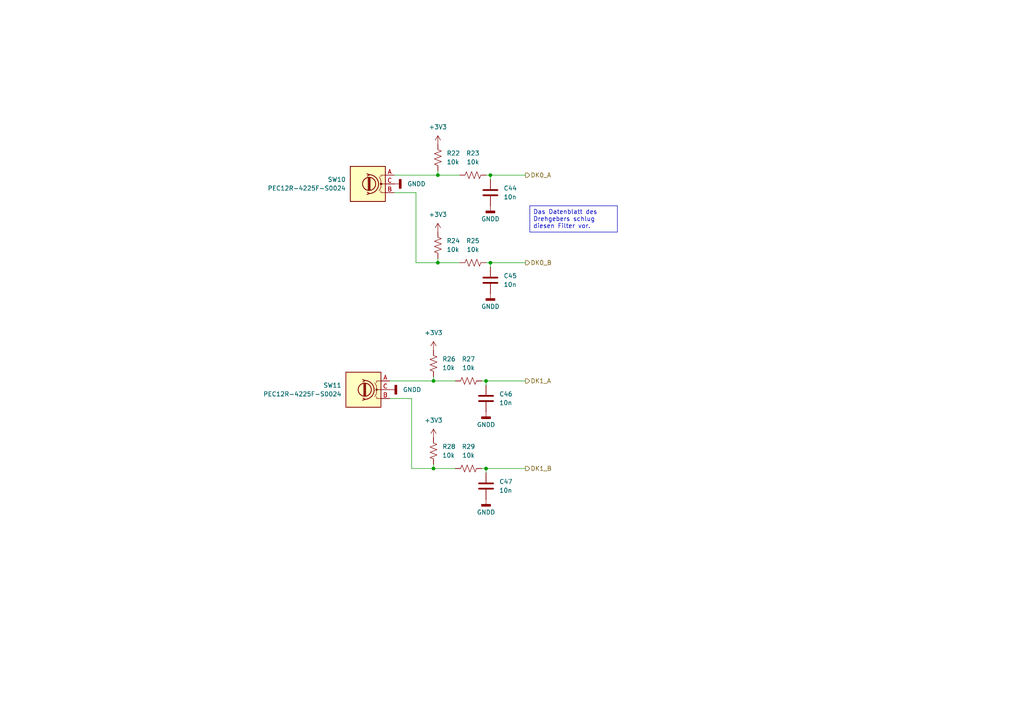
<source format=kicad_sch>
(kicad_sch (version 20231120) (generator "eeschema") (generator_version "8.0")
  (paper "A4")
  (lib_symbols
    (symbol "Device:C" (pin_numbers hide) (pin_names (offset 0.254))
      (property "Reference" "C" (at 0.635 2.54 0))
      (property "Value" "C" (at 0.635 -2.54 0))
      (symbol "C_0_1"
        (polyline (pts (xy -2.032 -0.762) (xy 2.032 -0.762)) (stroke (width 0.508)))
        (polyline (pts (xy -2.032 0.762) (xy 2.032 0.762)) (stroke (width 0.508)))
      )
      (symbol "C_1_1"
        (pin passive line (at 0 3.81 270) (length 2.794) (name "~") (number "1"))
        (pin passive line (at 0 -3.81 90) (length 2.794) (name "~") (number "2"))
      )
    )
    (symbol "Device:R_US" (pin_numbers hide) (pin_names (offset 0))
      (property "Reference" "R" (at 2.54 0 90))
      (property "Value" "R_US" (at -2.54 0 90))
      (symbol "R_US_0_1"
        (polyline (pts (xy 0 -2.286) (xy 0 -2.54)))
        (polyline (pts (xy 0 2.286) (xy 0 2.54)))
        (polyline (pts (xy 0 -0.762) (xy 1.016 -1.143) (xy 0 -1.524) (xy -1.016 -1.905) (xy 0 -2.286)))
        (polyline (pts (xy 0 0.762) (xy 1.016 0.381) (xy 0 0) (xy -1.016 -0.381) (xy 0 -0.762)))
        (polyline (pts (xy 0 2.286) (xy 1.016 1.905) (xy 0 1.524) (xy -1.016 1.143) (xy 0 0.762)))
      )
      (symbol "R_US_1_1"
        (pin passive line (at 0 3.81 270) (length 1.27) (name "~") (number "1"))
        (pin passive line (at 0 -3.81 90) (length 1.27) (name "~") (number "2"))
      )
    )
    (symbol "Device:RotaryEncoder" (pin_names (offset 0.254) hide)
      (property "Reference" "SW" (at 0 6.604 0))
      (property "Value" "RotaryEncoder" (at 0 -6.604 0))
      (symbol "RotaryEncoder_0_1"
        (rectangle (start -5.08 5.08) (end 5.08 -5.08) (stroke (width 0.254)) (fill (type background)))
        (circle (center -3.81 0) (radius 0.254) (fill (type outline)))
        (circle (center -0.381 0) (radius 1.905) (stroke (width 0.254)))
        (arc (start -0.381 2.667) (mid -3.0988 -0.0635) (end -0.381 -2.794) (stroke (width 0.254)))
        (polyline (pts (xy -0.635 -1.778) (xy -0.635 1.778)) (stroke (width 0.254)))
        (polyline (pts (xy -0.381 -1.778) (xy -0.381 1.778)) (stroke (width 0.254)))
        (polyline (pts (xy -0.127 1.778) (xy -0.127 -1.778)) (stroke (width 0.254)))
        (polyline (pts (xy -5.08 -2.54) (xy -3.81 -2.54) (xy -3.81 -2.032)))
        (polyline (pts (xy -5.08 2.54) (xy -3.81 2.54) (xy -3.81 2.032)))
        (polyline (pts (xy 0.254 -3.048) (xy -0.508 -2.794) (xy 0.127 -2.413)) (stroke (width 0.254)))
        (polyline (pts (xy 0.254 2.921) (xy -0.508 2.667) (xy 0.127 2.286)) (stroke (width 0.254)))
        (polyline (pts (xy -5.08 0) (xy -3.81 0) (xy -3.81 -1.016) (xy -3.302 -2.032)))
        (polyline (pts (xy -4.318 0) (xy -3.81 0) (xy -3.81 1.016) (xy -3.302 2.032)))
      )
      (symbol "RotaryEncoder_1_1"
        (pin passive line (at -7.62 2.54 0) (length 2.54) (name "A") (number "A"))
        (pin passive line (at -7.62 -2.54 0) (length 2.54) (name "B") (number "B"))
        (pin passive line (at -7.62 0 0) (length 2.54) (name "C") (number "C"))
      )
    )
    (symbol "power:+3V3" (power) (pin_names (offset 0))
      (property "Value" "+3V3" (at 0 3.556 0))
      (symbol "+3V3_0_1"
        (polyline (pts (xy -0.762 1.27) (xy 0 2.54)))
        (polyline (pts (xy 0 0) (xy 0 2.54)))
        (polyline (pts (xy 0 2.54) (xy 0.762 1.27)))
      )
      (symbol "+3V3_1_1"
        (pin power_in line (at 0 0 90) (length 0) hide (name "+3V3") (number "1"))
      )
    )
    (symbol "power:GNDD" (power) (pin_numbers hide) (pin_names (offset 0) hide)
      (property "Value" "GNDD" (at 0 -3.175 0))
      (symbol "GNDD_0_1"
        (rectangle (start -1.27 -1.524) (end 1.27 -2.032) (stroke (width 0.254)) (fill (type outline)))
        (polyline (pts (xy 0 0) (xy 0 -1.524)))
      )
      (symbol "GNDD_1_1"
        (pin power_in line (at 0 0 270) (length 0) (name "~") (number "1"))
      )
    )
  )
  (junction (at 142.24 50.8))
  (junction (at 142.24 76.2))
  (junction (at 140.97 135.89))
  (junction (at 125.73 110.49))
  (junction (at 125.73 135.89))
  (junction (at 127 50.8))
  (junction (at 127 76.2))
  (junction (at 140.97 110.49))
  (wire (pts (xy 113.03 115.57) (xy 119.38 115.57)))
  (wire (pts (xy 140.97 50.8) (xy 142.24 50.8)))
  (wire (pts (xy 142.24 50.8) (xy 152.4 50.8)))
  (wire (pts (xy 125.73 135.89) (xy 132.08 135.89)))
  (wire (pts (xy 125.73 110.49) (xy 132.08 110.49)))
  (wire (pts (xy 140.97 135.89) (xy 152.4 135.89)))
  (wire (pts (xy 127 74.93) (xy 127 76.2)))
  (wire (pts (xy 120.65 55.88) (xy 120.65 76.2)))
  (wire (pts (xy 140.97 110.49) (xy 152.4 110.49)))
  (wire (pts (xy 114.3 55.88) (xy 120.65 55.88)))
  (wire (pts (xy 127 49.53) (xy 127 50.8)))
  (wire (pts (xy 119.38 135.89) (xy 125.73 135.89)))
  (wire (pts (xy 127 76.2) (xy 133.35 76.2)))
  (wire (pts (xy 120.65 76.2) (xy 127 76.2)))
  (wire (pts (xy 142.24 76.2) (xy 142.24 77.47)))
  (wire (pts (xy 140.97 76.2) (xy 142.24 76.2)))
  (wire (pts (xy 140.97 135.89) (xy 140.97 137.16)))
  (wire (pts (xy 127 50.8) (xy 133.35 50.8)))
  (wire (pts (xy 142.24 50.8) (xy 142.24 52.07)))
  (wire (pts (xy 139.7 110.49) (xy 140.97 110.49)))
  (wire (pts (xy 119.38 115.57) (xy 119.38 135.89)))
  (wire (pts (xy 140.97 110.49) (xy 140.97 111.76)))
  (wire (pts (xy 114.3 50.8) (xy 127 50.8)))
  (wire (pts (xy 139.7 135.89) (xy 140.97 135.89)))
  (wire (pts (xy 125.73 109.22) (xy 125.73 110.49)))
  (wire (pts (xy 125.73 134.62) (xy 125.73 135.89)))
  (wire (pts (xy 142.24 76.2) (xy 152.4 76.2)))
  (wire (pts (xy 113.03 110.49) (xy 125.73 110.49)))
  (text_box "Das Datenblatt des Drehgebers schlug diesen Filter vor." (at 153.67 59.69 0) (size 25.4 7.62) (effects (font (size 1.27 1.27)) (justify left top)))
  (hierarchical_label "DK0_B" (shape output) (at 152.4 76.2 0))
  (hierarchical_label "DK0_A" (shape output) (at 152.4 50.8 0))
  (hierarchical_label "DK1_A" (shape output) (at 152.4 110.49 0))
  (hierarchical_label "DK1_B" (shape output) (at 152.4 135.89 0))
  (symbol (lib_id "Device:R_US") (at 137.16 50.8 270) (unit 1)
    (property "Reference" "R23" (at 137.16 44.45 90))
    (property "Value" "10k" (at 137.16 46.99 90))
    (property "Footprint" "Resistor_SMD:R_0603_1608Metric" (effects (hide yes)))
    (property "Description" "Resistor, US symbol" (effects (hide yes)))
  )
  (symbol (lib_id "Device:C") (at 140.97 115.57 0) (unit 1)
    (property "Reference" "C46" (at 144.78 114.2999 0) (effects (justify left)))
    (property "Value" "10n" (at 144.78 116.8399 0) (effects (justify left)))
    (property "Footprint" "Capacitor_SMD:C_0603_1608Metric" (effects (hide yes)))
    (property "Description" "Unpolarized capacitor" (effects (hide yes)))
  )
  (symbol (lib_id "power:+3V3") (at 127 41.91 0) (unit 1)
    (property "Reference" "#PWR081" (effects (hide yes)))
    (property "Value" "+3V3" (at 127 36.83 0))
  )
  (symbol (lib_id "Device:C") (at 142.24 81.28 0) (unit 1)
    (property "Reference" "C45" (at 146.05 80.0099 0) (effects (justify left)))
    (property "Value" "10n" (at 146.05 82.5499 0) (effects (justify left)))
    (property "Footprint" "Capacitor_SMD:C_0603_1608Metric" (effects (hide yes)))
    (property "Description" "Unpolarized capacitor" (effects (hide yes)))
  )
  (symbol (lib_id "Device:R_US") (at 137.16 76.2 270) (unit 1)
    (property "Reference" "R25" (at 137.16 69.85 90))
    (property "Value" "10k" (at 137.16 72.39 90))
    (property "Footprint" "Resistor_SMD:R_0603_1608Metric" (effects (hide yes)))
    (property "Description" "Resistor, US symbol" (effects (hide yes)))
  )
  (symbol (lib_id "Device:R_US") (at 135.89 110.49 270) (unit 1)
    (property "Reference" "R27" (at 135.89 104.14 90))
    (property "Value" "10k" (at 135.89 106.68 90))
    (property "Footprint" "Resistor_SMD:R_0603_1608Metric" (effects (hide yes)))
    (property "Description" "Resistor, US symbol" (effects (hide yes)))
  )
  (symbol (lib_id "Device:R_US") (at 135.89 135.89 270) (unit 1)
    (property "Reference" "R29" (at 135.89 129.54 90))
    (property "Value" "10k" (at 135.89 132.08 90))
    (property "Footprint" "Resistor_SMD:R_0603_1608Metric" (effects (hide yes)))
    (property "Description" "Resistor, US symbol" (effects (hide yes)))
  )
  (symbol (lib_id "Device:RotaryEncoder") (at 105.41 113.03 0) (mirror y) (unit 1)
    (property "Reference" "SW11" (at 99.06 111.7599 0) (effects (justify left)))
    (property "Value" "PEC12R-4225F-S0024" (at 99.06 114.2999 0) (effects (justify left)))
    (property "Footprint" "Rotary_Encoder:RotaryEncoder_Bourns_Horizontal_PEC09-2xxxF-Nxxxx" (effects (hide yes)))
    (property "Datasheet" "https://www.bourns.com/docs/Product-Datasheets/PEC12R.pdf" (effects (hide yes)))
    (property "Description" "Rotary encoder, dual channel, incremental quadrate outputs" (effects (hide yes)))
  )
  (symbol (lib_id "Device:RotaryEncoder") (at 106.68 53.34 0) (mirror y) (unit 1)
    (property "Reference" "SW10" (at 100.33 52.0699 0) (effects (justify left)))
    (property "Value" "PEC12R-4225F-S0024" (at 100.33 54.6099 0) (effects (justify left)))
    (property "Footprint" "Rotary_Encoder:RotaryEncoder_Bourns_Horizontal_PEC09-2xxxF-Nxxxx" (effects (hide yes)))
    (property "Datasheet" "https://www.bourns.com/docs/Product-Datasheets/PEC12R.pdf" (effects (hide yes)))
    (property "Description" "Rotary encoder, dual channel, incremental quadrate outputs" (effects (hide yes)))
  )
  (symbol (lib_id "power:+3V3") (at 125.73 101.6 0) (unit 1)
    (property "Reference" "#PWR097" (effects (hide yes)))
    (property "Value" "+3V3" (at 125.73 96.52 0))
  )
  (symbol (lib_id "power:GNDD") (at 142.24 59.69 0) (unit 1)
    (property "Reference" "#PWR083" (effects (hide yes)))
    (property "Value" "GNDD" (at 142.24 63.5 0))
    (property "Description" "Power symbol creates a global label with name \"GNDD\" , digital ground" (effects (hide yes)))
  )
  (symbol (lib_id "Device:C") (at 142.24 55.88 0) (unit 1)
    (property "Reference" "C44" (at 146.05 54.6099 0) (effects (justify left)))
    (property "Value" "10n" (at 146.05 57.1499 0) (effects (justify left)))
    (property "Footprint" "Capacitor_SMD:C_0603_1608Metric" (effects (hide yes)))
    (property "Description" "Unpolarized capacitor" (effects (hide yes)))
  )
  (symbol (lib_id "power:GNDD") (at 113.03 113.03 90) (mirror x) (unit 1)
    (property "Reference" "#PWR098" (effects (hide yes)))
    (property "Value" "GNDD" (at 116.84 113.0299 90) (effects (justify right)))
    (property "Description" "Power symbol creates a global label with name \"GNDD\" , digital ground" (effects (hide yes)))
  )
  (symbol (lib_id "Device:R_US") (at 127 45.72 180) (unit 1)
    (property "Reference" "R22" (at 129.54 44.4499 0) (effects (justify right)))
    (property "Value" "10k" (at 129.54 46.9899 0) (effects (justify right)))
    (property "Footprint" "Resistor_SMD:R_0603_1608Metric" (effects (hide yes)))
    (property "Description" "Resistor, US symbol" (effects (hide yes)))
  )
  (symbol (lib_id "power:GNDD") (at 114.3 53.34 90) (mirror x) (unit 1)
    (property "Reference" "#PWR080" (effects (hide yes)))
    (property "Value" "GNDD" (at 118.11 53.3399 90) (effects (justify right)))
    (property "Description" "Power symbol creates a global label with name \"GNDD\" , digital ground" (effects (hide yes)))
  )
  (symbol (lib_id "Device:R_US") (at 125.73 130.81 180) (unit 1)
    (property "Reference" "R28" (at 128.27 129.5399 0) (effects (justify right)))
    (property "Value" "10k" (at 128.27 132.0799 0) (effects (justify right)))
    (property "Footprint" "Resistor_SMD:R_0603_1608Metric" (effects (hide yes)))
    (property "Description" "Resistor, US symbol" (effects (hide yes)))
  )
  (symbol (lib_id "power:GNDD") (at 140.97 144.78 0) (unit 1)
    (property "Reference" "#PWR0101" (effects (hide yes)))
    (property "Value" "GNDD" (at 140.97 148.59 0))
    (property "Description" "Power symbol creates a global label with name \"GNDD\" , digital ground" (effects (hide yes)))
  )
  (symbol (lib_id "Device:C") (at 140.97 140.97 0) (unit 1)
    (property "Reference" "C47" (at 144.78 139.6999 0) (effects (justify left)))
    (property "Value" "10n" (at 144.78 142.2399 0) (effects (justify left)))
    (property "Footprint" "Capacitor_SMD:C_0603_1608Metric" (effects (hide yes)))
    (property "Description" "Unpolarized capacitor" (effects (hide yes)))
  )
  (symbol (lib_id "Device:R_US") (at 125.73 105.41 180) (unit 1)
    (property "Reference" "R26" (at 128.27 104.1399 0) (effects (justify right)))
    (property "Value" "10k" (at 128.27 106.6799 0) (effects (justify right)))
    (property "Footprint" "Resistor_SMD:R_0603_1608Metric" (effects (hide yes)))
    (property "Description" "Resistor, US symbol" (effects (hide yes)))
  )
  (symbol (lib_id "power:GNDD") (at 140.97 119.38 0) (unit 1)
    (property "Reference" "#PWR099" (effects (hide yes)))
    (property "Value" "GNDD" (at 140.97 123.19 0))
    (property "Description" "Power symbol creates a global label with name \"GNDD\" , digital ground" (effects (hide yes)))
  )
  (symbol (lib_id "Device:R_US") (at 127 71.12 180) (unit 1)
    (property "Reference" "R24" (at 129.54 69.8499 0) (effects (justify right)))
    (property "Value" "10k" (at 129.54 72.3899 0) (effects (justify right)))
    (property "Footprint" "Resistor_SMD:R_0603_1608Metric" (effects (hide yes)))
    (property "Description" "Resistor, US symbol" (effects (hide yes)))
  )
  (symbol (lib_id "power:+3V3") (at 125.73 127 0) (unit 1)
    (property "Reference" "#PWR0100" (effects (hide yes)))
    (property "Value" "+3V3" (at 125.73 121.92 0))
  )
  (symbol (lib_id "power:+3V3") (at 127 67.31 0) (unit 1)
    (property "Reference" "#PWR082" (effects (hide yes)))
    (property "Value" "+3V3" (at 127 62.23 0))
  )
  (symbol (lib_id "power:GNDD") (at 142.24 85.09 0) (unit 1)
    (property "Reference" "#PWR096" (effects (hide yes)))
    (property "Value" "GNDD" (at 142.24 88.9 0))
    (property "Description" "Power symbol creates a global label with name \"GNDD\" , digital ground" (effects (hide yes)))
  )
)
</source>
